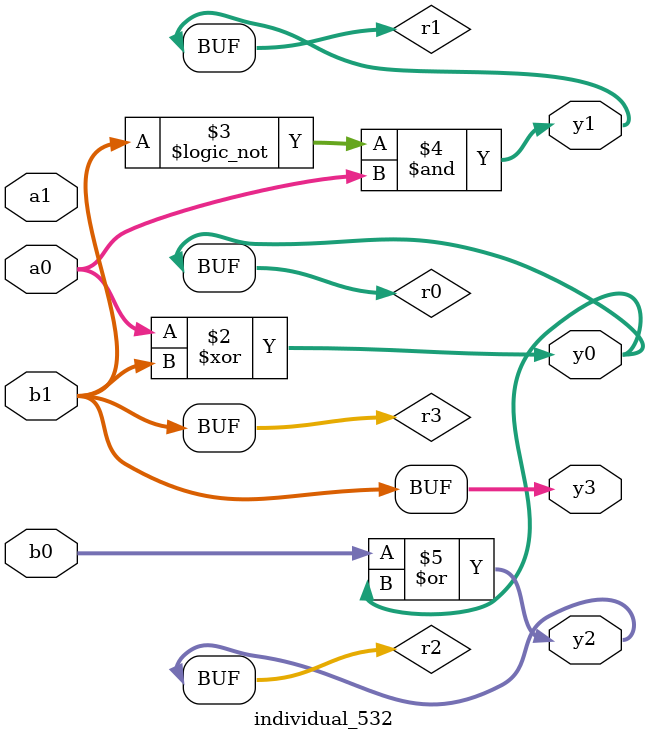
<source format=sv>
module individual_532(input logic [15:0] a1, input logic [15:0] a0, input logic [15:0] b1, input logic [15:0] b0, output logic [15:0] y3, output logic [15:0] y2, output logic [15:0] y1, output logic [15:0] y0);
logic [15:0] r0, r1, r2, r3; 
 always@(*) begin 
	 r0 = a0; r1 = a1; r2 = b0; r3 = b1; 
 	 r0  ^=  r3 ;
 	 r1 = ! r3 ;
 	 r1  &=  a0 ;
 	 r2  |=  r0 ;
 	 y3 = r3; y2 = r2; y1 = r1; y0 = r0; 
end
endmodule
</source>
